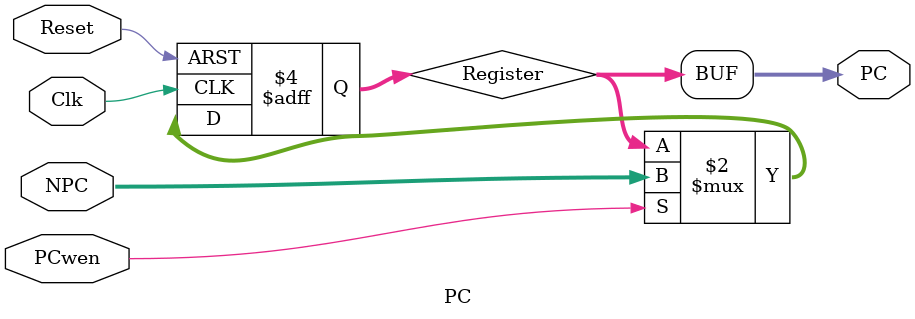
<source format=v>
`timescale 1ns / 1ps


module PC(
    input wire Reset,
    input wire Clk,
    input wire PCwen,
    input wire [31:0] NPC,
    output wire [31:0] PC
);

reg [31:0] Register;

always @(posedge Clk or posedge Reset) begin//当出现了时钟信号或者重置信号或者PC信号的时候相应
    //当Reset信号为1的时候，将PC重置
    if (Reset) Register <= 32'h00000000;
    else if (PCwen) Register <= NPC;    
end

assign PC = Register;

endmodule

</source>
